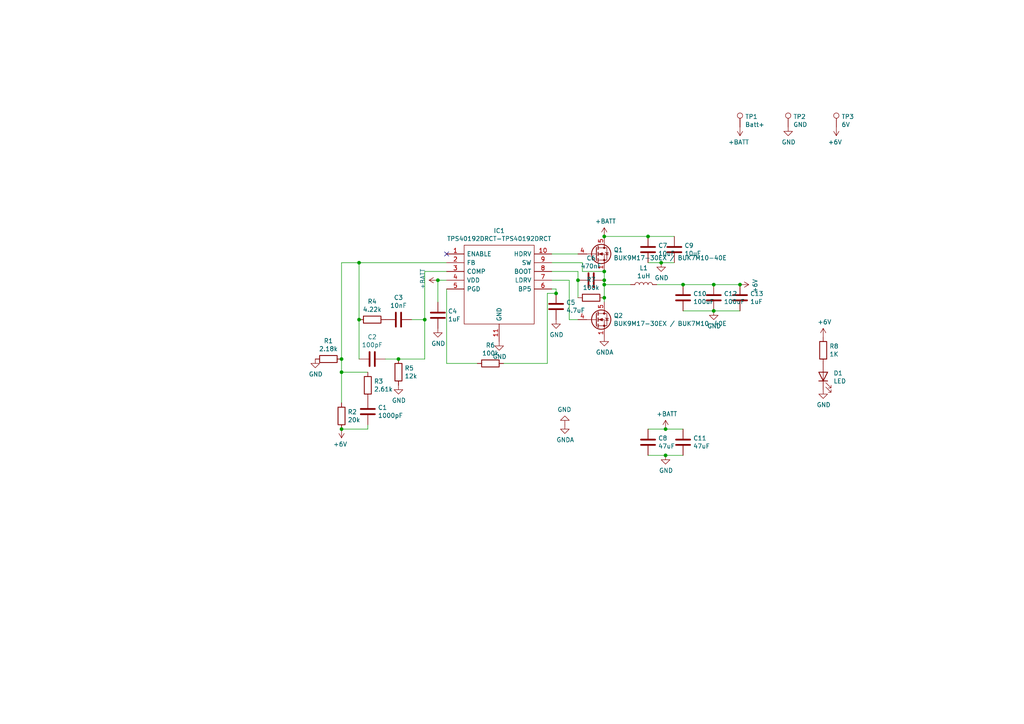
<source format=kicad_sch>
(kicad_sch (version 20210621) (generator eeschema)
  (paper "A4")
  (lib_symbols
    (symbol "Connector:TestPoint" (pin_numbers hide) (pin_names (offset 0.762) hide)
      (property "Reference" "TP" (at 0 6.858 0))
      (property "Value" "Connector_TestPoint" (at 0 5.08 0))
      (symbol "TestPoint_0_1"
        (circle (center 0 3.302) (radius 0.762))
      )
      (symbol "TestPoint_1_1"
        (pin passive line (at 0 0 90) (length 2.54) (name "1") (number "1"))
      )
    )
    (symbol "Device:C" (pin_numbers hide) (pin_names (offset 0.254))
      (property "Reference" "C" (at 0.635 2.54 0))
      (property "Value" "Device_C" (at 0.635 -2.54 0))
      (symbol "C_0_1"
        (polyline (pts (xy -2.032 -0.762) (xy 2.032 -0.762)) (stroke (width 0.508)))
        (polyline (pts (xy -2.032 0.762) (xy 2.032 0.762)) (stroke (width 0.508)))
      )
      (symbol "C_1_1"
        (pin passive line (at 0 3.81 270) (length 2.794) (name "~") (number "1"))
        (pin passive line (at 0 -3.81 90) (length 2.794) (name "~") (number "2"))
      )
    )
    (symbol "Device:L" (pin_numbers hide) (pin_names (offset 1.016) hide)
      (property "Reference" "L" (at -1.27 0 90))
      (property "Value" "Device_L" (at 1.905 0 90))
      (symbol "L_0_1"
        (arc (start 0 -2.54) (mid 0.635 -1.905) (end 0 -1.27))
        (arc (start 0 -1.27) (mid 0.635 -0.635) (end 0 0))
        (arc (start 0 0) (mid 0.635 0.635) (end 0 1.27))
        (arc (start 0 1.27) (mid 0.635 1.905) (end 0 2.54))
      )
      (symbol "L_1_1"
        (pin passive line (at 0 3.81 270) (length 1.27) (name "1") (number "1"))
        (pin passive line (at 0 -3.81 90) (length 1.27) (name "2") (number "2"))
      )
    )
    (symbol "Device:LED" (pin_numbers hide) (pin_names (offset 1.016) hide)
      (property "Reference" "D" (at 0 2.54 0))
      (property "Value" "Device_LED" (at 0 -2.54 0))
      (symbol "LED_0_1"
        (polyline (pts (xy -1.27 -1.27) (xy -1.27 1.27)) (stroke (width 0.254)))
        (polyline (pts (xy -1.27 0) (xy 1.27 0)))
        (polyline (pts (xy 1.27 -1.27) (xy 1.27 1.27) (xy -1.27 0) (xy 1.27 -1.27)) (stroke (width 0.254)))
        (polyline (pts (xy -3.048 -0.762) (xy -4.572 -2.286) (xy -3.81 -2.286) (xy -4.572 -2.286) (xy -4.572 -1.524)))
        (polyline (pts (xy -1.778 -0.762) (xy -3.302 -2.286) (xy -2.54 -2.286) (xy -3.302 -2.286) (xy -3.302 -1.524)))
      )
      (symbol "LED_1_1"
        (pin passive line (at -3.81 0 0) (length 2.54) (name "K") (number "1"))
        (pin passive line (at 3.81 0 180) (length 2.54) (name "A") (number "2"))
      )
    )
    (symbol "Device:R" (pin_numbers hide) (pin_names (offset 0))
      (property "Reference" "R" (at 2.032 0 90))
      (property "Value" "Device_R" (at 0 0 90))
      (symbol "R_0_1"
        (rectangle (start -1.016 -2.54) (end 1.016 2.54) (stroke (width 0.254)))
      )
      (symbol "R_1_1"
        (pin passive line (at 0 3.81 270) (length 1.27) (name "~") (number "1"))
        (pin passive line (at 0 -3.81 90) (length 1.27) (name "~") (number "2"))
      )
    )
    (symbol "SmallKat-v2-rescue:TPS40192DRCT-TPS40192DRCT-SmallKat-v2-rescue-SmallKat-v2-rescue-SmallKat-v2-rescue-SmallKat-v2-rescue-SmallKat-v2-rescue-SmallKat-v2-rescue-SmallKat-v2-rescue-SmallKat-v2-rescue-SmallKat-v2-rescue-SmallKat-v2-rescue-SmallKat-v2-rescue-SmallKat-v2-rescue-SmallKat-v2-rescue-SmallKat-v2-rescue-SmallKat-v2-rescue-SmallKat-v2-rescue-SmallKat-v2-rescue" (pin_names (offset 0.762))
      (property "Reference" "IC" (at 26.67 7.62 0))
      (property "Value" "TPS40192DRCT-TPS40192DRCT-SmallKat-v2-rescue-SmallKat-v2-rescue-SmallKat-v2-rescue-SmallKat-v2-rescue-SmallKat-v2-rescue-SmallKat-v2-rescue-SmallKat-v2-rescue-SmallKat-v2-rescue-SmallKat-v2-rescue-SmallKat-v2-rescue-SmallKat-v2-rescue-SmallKat-v2-rescue-SmallKat-v2-rescue-SmallKat-v2-rescue-SmallKat-v2-rescue-SmallKat-v2-rescue-SmallKat-v2-rescue" (at 26.67 5.08 0))
      (symbol "TPS40192DRCT-TPS40192DRCT-SmallKat-v2-rescue-SmallKat-v2-rescue-SmallKat-v2-rescue-SmallKat-v2-rescue-SmallKat-v2-rescue-SmallKat-v2-rescue-SmallKat-v2-rescue-SmallKat-v2-rescue-SmallKat-v2-rescue-SmallKat-v2-rescue-SmallKat-v2-rescue-SmallKat-v2-rescue-SmallKat-v2-rescue-SmallKat-v2-rescue-SmallKat-v2-rescue-SmallKat-v2-rescue-SmallKat-v2-rescue_0_0"
        (pin bidirectional line (at 0 0 0) (length 5.08) (name "ENABLE") (number "1"))
        (pin bidirectional line (at 30.48 0 180) (length 5.08) (name "HDRV") (number "10"))
        (pin bidirectional line (at 15.24 -25.4 90) (length 5.08) (name "GND") (number "11"))
        (pin bidirectional line (at 0 -2.54 0) (length 5.08) (name "FB") (number "2"))
        (pin bidirectional line (at 0 -5.08 0) (length 5.08) (name "COMP") (number "3"))
        (pin bidirectional line (at 0 -7.62 0) (length 5.08) (name "VDD") (number "4"))
        (pin bidirectional line (at 0 -10.16 0) (length 5.08) (name "PGD") (number "5"))
        (pin bidirectional line (at 30.48 -10.16 180) (length 5.08) (name "BP5") (number "6"))
        (pin bidirectional line (at 30.48 -7.62 180) (length 5.08) (name "LDRV") (number "7"))
        (pin bidirectional line (at 30.48 -5.08 180) (length 5.08) (name "BOOT") (number "8"))
        (pin bidirectional line (at 30.48 -2.54 180) (length 5.08) (name "SW") (number "9"))
      )
      (symbol "TPS40192DRCT-TPS40192DRCT-SmallKat-v2-rescue-SmallKat-v2-rescue-SmallKat-v2-rescue-SmallKat-v2-rescue-SmallKat-v2-rescue-SmallKat-v2-rescue-SmallKat-v2-rescue-SmallKat-v2-rescue-SmallKat-v2-rescue-SmallKat-v2-rescue-SmallKat-v2-rescue-SmallKat-v2-rescue-SmallKat-v2-rescue-SmallKat-v2-rescue-SmallKat-v2-rescue-SmallKat-v2-rescue-SmallKat-v2-rescue_0_1"
        (polyline (pts (xy 5.08 2.54) (xy 25.4 2.54) (xy 25.4 -20.32) (xy 5.08 -20.32) (xy 5.08 2.54)) (stroke (width 0.1524)))
      )
    )
    (symbol "Transistor_FET:BUK9M120-100EX" (pin_names hide)
      (property "Reference" "Q" (at 5.08 1.905 0))
      (property "Value" "Transistor_FET_BUK9M120-100EX" (at 5.08 0 0))
      (symbol "BUK9M120-100EX_0_1"
        (polyline (pts (xy 0.254 0) (xy -2.54 0)))
        (polyline (pts (xy 0.254 1.905) (xy 0.254 -1.905)) (stroke (width 0.254)))
        (polyline (pts (xy 0.762 -1.27) (xy 0.762 -2.286)) (stroke (width 0.254)))
        (polyline (pts (xy 0.762 0.508) (xy 0.762 -0.508)) (stroke (width 0.254)))
        (polyline (pts (xy 0.762 2.286) (xy 0.762 1.27)) (stroke (width 0.254)))
        (polyline (pts (xy 2.54 2.54) (xy 2.54 1.778)))
        (polyline (pts (xy 2.54 -2.54) (xy 2.54 0) (xy 0.762 0)))
        (polyline (pts (xy 0.762 -1.778) (xy 3.302 -1.778) (xy 3.302 1.778) (xy 0.762 1.778)))
        (polyline (pts (xy 1.016 0) (xy 2.032 0.381) (xy 2.032 -0.381) (xy 1.016 0)) (fill (type outline)))
        (polyline (pts (xy 2.794 0.508) (xy 2.921 0.381) (xy 3.683 0.381) (xy 3.81 0.254)))
        (polyline (pts (xy 3.302 0.381) (xy 2.921 -0.254) (xy 3.683 -0.254) (xy 3.302 0.381)))
        (circle (center 1.651 0) (radius 2.794) (stroke (width 0.254)) (stroke (width 0.254)))
        (circle (center 2.54 -1.778) (radius 0.254) (fill (type outline)))
        (circle (center 2.54 1.778) (radius 0.254) (fill (type outline)))
      )
      (symbol "BUK9M120-100EX_1_1"
        (pin passive line (at 2.54 -5.08 90) (length 2.54) (name "S") (number "1"))
        (pin passive line (at 2.54 -5.08 90) (length 2.54) hide (name "S") (number "2"))
        (pin passive line (at 2.54 -5.08 90) (length 2.54) hide (name "S") (number "3"))
        (pin passive line (at -5.08 0 0) (length 2.54) (name "G") (number "4"))
        (pin passive line (at 2.54 5.08 270) (length 2.54) (name "D") (number "5"))
      )
    )
    (symbol "power:+6V" (power) (pin_names (offset 0))
      (property "Value" "power_+6V" (at 0 3.556 0))
      (symbol "+6V_0_1"
        (polyline (pts (xy -0.762 1.27) (xy 0 2.54)))
        (polyline (pts (xy 0 0) (xy 0 2.54)))
        (polyline (pts (xy 0 2.54) (xy 0.762 1.27)))
      )
      (symbol "+6V_1_1"
        (pin power_in line (at 0 0 90) (length 0) hide (name "+6V") (number "1"))
      )
    )
    (symbol "power:+BATT" (power) (pin_names (offset 0))
      (property "Value" "power_+BATT" (at 0 3.556 0))
      (symbol "+BATT_0_1"
        (polyline (pts (xy -0.762 1.27) (xy 0 2.54)))
        (polyline (pts (xy 0 0) (xy 0 2.54)))
        (polyline (pts (xy 0 2.54) (xy 0.762 1.27)))
      )
      (symbol "+BATT_1_1"
        (pin power_in line (at 0 0 90) (length 0) hide (name "+BATT") (number "1"))
      )
    )
    (symbol "power:GND" (power) (pin_names (offset 0))
      (property "Value" "power_GND" (at 0 -3.81 0))
      (symbol "GND_0_1"
        (polyline (pts (xy 0 0) (xy 0 -1.27) (xy 1.27 -1.27) (xy 0 -2.54) (xy -1.27 -1.27) (xy 0 -1.27)))
      )
      (symbol "GND_1_1"
        (pin power_in line (at 0 0 270) (length 0) hide (name "GND") (number "1"))
      )
    )
    (symbol "power:GNDA" (power) (pin_names (offset 0))
      (property "Value" "power_GNDA" (at 0 -3.81 0))
      (symbol "GNDA_0_1"
        (polyline (pts (xy 0 0) (xy 0 -1.27) (xy 1.27 -1.27) (xy 0 -2.54) (xy -1.27 -1.27) (xy 0 -1.27)))
      )
      (symbol "GNDA_1_1"
        (pin power_in line (at 0 0 270) (length 0) hide (name "GNDA") (number "1"))
      )
    )
  )
  (junction (at 99.06 104.14))
  (junction (at 99.06 107.95))
  (junction (at 99.06 124.46))
  (junction (at 104.14 76.2))
  (junction (at 104.14 92.71))
  (junction (at 115.57 104.14))
  (junction (at 123.19 92.71))
  (junction (at 127 81.28))
  (junction (at 161.29 85.09))
  (junction (at 167.64 81.28))
  (junction (at 175.26 68.58))
  (junction (at 175.26 78.74))
  (junction (at 175.26 81.28))
  (junction (at 175.26 82.55))
  (junction (at 175.26 86.36))
  (junction (at 187.96 68.58))
  (junction (at 191.77 76.2))
  (junction (at 193.04 124.46))
  (junction (at 193.04 132.08))
  (junction (at 198.12 82.55))
  (junction (at 207.01 82.55))
  (junction (at 207.01 90.17))
  (junction (at 214.63 82.55))
  (no_connect (at 129.54 73.66))
  (wire (pts (xy 99.06 76.2) (xy 99.06 104.14)))
  (wire (pts (xy 99.06 104.14) (xy 99.06 107.95)))
  (wire (pts (xy 99.06 107.95) (xy 106.68 107.95)))
  (wire (pts (xy 99.06 116.84) (xy 99.06 107.95)))
  (wire (pts (xy 99.06 124.46) (xy 106.68 124.46)))
  (wire (pts (xy 104.14 76.2) (xy 99.06 76.2)))
  (wire (pts (xy 104.14 76.2) (xy 104.14 92.71)))
  (wire (pts (xy 104.14 92.71) (xy 104.14 104.14)))
  (wire (pts (xy 106.68 124.46) (xy 106.68 123.19)))
  (wire (pts (xy 111.76 104.14) (xy 115.57 104.14)))
  (wire (pts (xy 115.57 104.14) (xy 123.19 104.14)))
  (wire (pts (xy 123.19 78.74) (xy 123.19 92.71)))
  (wire (pts (xy 123.19 92.71) (xy 119.38 92.71)))
  (wire (pts (xy 123.19 104.14) (xy 123.19 92.71)))
  (wire (pts (xy 127 81.28) (xy 127 87.63)))
  (wire (pts (xy 129.54 76.2) (xy 104.14 76.2)))
  (wire (pts (xy 129.54 78.74) (xy 123.19 78.74)))
  (wire (pts (xy 129.54 81.28) (xy 127 81.28)))
  (wire (pts (xy 129.54 83.82) (xy 129.54 105.41)))
  (wire (pts (xy 129.54 105.41) (xy 138.43 105.41)))
  (wire (pts (xy 146.05 105.41) (xy 158.75 105.41)))
  (wire (pts (xy 158.75 85.09) (xy 161.29 85.09)))
  (wire (pts (xy 158.75 105.41) (xy 158.75 85.09)))
  (wire (pts (xy 160.02 73.66) (xy 167.64 73.66)))
  (wire (pts (xy 160.02 76.2) (xy 168.91 76.2)))
  (wire (pts (xy 160.02 81.28) (xy 165.1 81.28)))
  (wire (pts (xy 160.02 83.82) (xy 161.29 83.82)))
  (wire (pts (xy 161.29 83.82) (xy 161.29 85.09)))
  (wire (pts (xy 165.1 81.28) (xy 165.1 92.71)))
  (wire (pts (xy 165.1 92.71) (xy 167.64 92.71)))
  (wire (pts (xy 167.64 78.74) (xy 160.02 78.74)))
  (wire (pts (xy 167.64 78.74) (xy 167.64 81.28)))
  (wire (pts (xy 167.64 86.36) (xy 167.64 81.28)))
  (wire (pts (xy 168.91 76.2) (xy 168.91 78.74)))
  (wire (pts (xy 168.91 78.74) (xy 175.26 78.74)))
  (wire (pts (xy 175.26 68.58) (xy 187.96 68.58)))
  (wire (pts (xy 175.26 78.74) (xy 175.26 81.28)))
  (wire (pts (xy 175.26 81.28) (xy 175.26 82.55)))
  (wire (pts (xy 175.26 82.55) (xy 175.26 86.36)))
  (wire (pts (xy 175.26 82.55) (xy 182.88 82.55)))
  (wire (pts (xy 175.26 87.63) (xy 175.26 86.36)))
  (wire (pts (xy 187.96 76.2) (xy 191.77 76.2)))
  (wire (pts (xy 187.96 124.46) (xy 193.04 124.46)))
  (wire (pts (xy 187.96 132.08) (xy 193.04 132.08)))
  (wire (pts (xy 190.5 82.55) (xy 198.12 82.55)))
  (wire (pts (xy 191.77 76.2) (xy 195.58 76.2)))
  (wire (pts (xy 193.04 124.46) (xy 198.12 124.46)))
  (wire (pts (xy 193.04 132.08) (xy 198.12 132.08)))
  (wire (pts (xy 195.58 68.58) (xy 187.96 68.58)))
  (wire (pts (xy 198.12 82.55) (xy 207.01 82.55)))
  (wire (pts (xy 198.12 90.17) (xy 207.01 90.17)))
  (wire (pts (xy 207.01 82.55) (xy 214.63 82.55)))
  (wire (pts (xy 207.01 90.17) (xy 214.63 90.17)))
  (symbol (lib_id "power:+6V") (at 99.06 124.46 180) (unit 1)
    (property "Reference" "#PWR02" (effects hide))
    (property "Value" "+6V" (at 98.679 128.8542 0))
  )
  (symbol (lib_id "power:+BATT") (at 127 81.28 90) (unit 1)
    (property "Reference" "#PWR04" (effects hide))
    (property "Value" "+BATT" (at 122.6058 80.899 0))
  )
  (symbol (lib_id "power:+BATT") (at 175.26 68.58 0) (unit 1)
    (property "Reference" "#PWR010" (effects hide))
    (property "Value" "+BATT" (at 175.641 64.1858 0))
  )
  (symbol (lib_id "power:+BATT") (at 193.04 124.46 0) (unit 1)
    (property "Reference" "#PWR013" (effects hide))
    (property "Value" "+BATT" (at 193.421 120.0658 0))
  )
  (symbol (lib_id "power:+BATT") (at 214.63 36.83 180) (unit 1)
    (property "Reference" "#PWR016" (effects hide))
    (property "Value" "+BATT" (at 214.249 41.2242 0))
  )
  (symbol (lib_id "power:+6V") (at 214.63 82.55 270) (unit 1)
    (property "Reference" "#PWR017" (effects hide))
    (property "Value" "+6V" (at 219.0242 82.931 0))
  )
  (symbol (lib_id "power:+6V") (at 238.76 97.79 0) (unit 1)
    (property "Reference" "#PWR019" (effects hide))
    (property "Value" "+6V" (at 239.141 93.3958 0))
  )
  (symbol (lib_id "power:+6V") (at 242.57 36.83 180) (unit 1)
    (property "Reference" "#PWR021" (effects hide))
    (property "Value" "+6V" (at 242.189 41.2242 0))
  )
  (symbol (lib_id "Connector:TestPoint") (at 214.63 36.83 0) (unit 1)
    (property "Reference" "TP1" (at 216.1032 33.8328 0) (effects (justify left)))
    (property "Value" "Batt+" (at 216.1032 36.1442 0) (effects (justify left)))
    (property "Footprint" "TestPoint:TestPoint_Pad_D2.5mm" (effects hide))
  )
  (symbol (lib_id "Connector:TestPoint") (at 228.6 36.83 0) (unit 1)
    (property "Reference" "TP2" (at 230.0732 33.8328 0) (effects (justify left)))
    (property "Value" "GND" (at 230.0732 36.1442 0) (effects (justify left)))
    (property "Footprint" "TestPoint:TestPoint_Pad_D2.5mm" (effects hide))
  )
  (symbol (lib_id "Connector:TestPoint") (at 242.57 36.83 0) (unit 1)
    (property "Reference" "TP3" (at 244.0432 33.8328 0) (effects (justify left)))
    (property "Value" "6V" (at 244.0432 36.1442 0) (effects (justify left)))
    (property "Footprint" "TestPoint:TestPoint_Pad_D2.5mm" (effects hide))
  )
  (symbol (lib_id "power:GND") (at 91.44 104.14 0) (unit 1)
    (property "Reference" "#PWR01" (effects hide))
    (property "Value" "GND" (at 91.567 108.5342 0))
  )
  (symbol (lib_id "power:GND") (at 115.57 111.76 0) (unit 1)
    (property "Reference" "#PWR03" (effects hide))
    (property "Value" "GND" (at 115.697 116.1542 0))
  )
  (symbol (lib_id "power:GND") (at 127 95.25 0) (unit 1)
    (property "Reference" "#PWR05" (effects hide))
    (property "Value" "GND" (at 127.127 99.6442 0))
  )
  (symbol (lib_id "power:GND") (at 144.78 99.06 0) (unit 1)
    (property "Reference" "#PWR06" (effects hide))
    (property "Value" "GND" (at 144.907 103.4542 0))
  )
  (symbol (lib_id "power:GND") (at 161.29 92.71 0) (unit 1)
    (property "Reference" "#PWR07" (effects hide))
    (property "Value" "GND" (at 161.417 97.1042 0))
  )
  (symbol (lib_id "power:GNDA") (at 163.83 123.19 0) (unit 1)
    (property "Reference" "#PWR08" (effects hide))
    (property "Value" "GNDA" (at 163.957 127.5842 0))
  )
  (symbol (lib_id "power:GND") (at 163.83 123.19 180) (unit 1)
    (property "Reference" "#PWR09" (effects hide))
    (property "Value" "GND" (at 163.703 118.7958 0))
  )
  (symbol (lib_id "power:GNDA") (at 175.26 97.79 0) (unit 1)
    (property "Reference" "#PWR011" (effects hide))
    (property "Value" "GNDA" (at 175.387 102.1842 0))
  )
  (symbol (lib_id "power:GND") (at 191.77 76.2 0) (unit 1)
    (property "Reference" "#PWR012" (effects hide))
    (property "Value" "GND" (at 191.897 80.5942 0))
  )
  (symbol (lib_id "power:GND") (at 193.04 132.08 0) (unit 1)
    (property "Reference" "#PWR014" (effects hide))
    (property "Value" "GND" (at 193.167 136.4742 0))
  )
  (symbol (lib_id "power:GND") (at 207.01 90.17 0) (unit 1)
    (property "Reference" "#PWR015" (effects hide))
    (property "Value" "GND" (at 207.137 94.5642 0))
  )
  (symbol (lib_id "power:GND") (at 228.6 36.83 0) (unit 1)
    (property "Reference" "#PWR018" (effects hide))
    (property "Value" "GND" (at 228.727 41.2242 0))
  )
  (symbol (lib_id "power:GND") (at 238.76 113.03 0) (unit 1)
    (property "Reference" "#PWR020" (effects hide))
    (property "Value" "GND" (at 238.887 117.4242 0))
  )
  (symbol (lib_id "Device:L") (at 186.69 82.55 90) (unit 1)
    (property "Reference" "L1" (at 186.69 77.724 90))
    (property "Value" "1uH" (at 186.69 80.0354 90))
    (property "Footprint" "Inductor_SMD:L_Bourns_SRP1245A" (effects hide))
  )
  (symbol (lib_id "Device:R") (at 95.25 104.14 270) (unit 1)
    (property "Reference" "R1" (at 95.25 98.8822 90))
    (property "Value" "2.18k" (at 95.25 101.1936 90))
    (property "Footprint" "Resistor_SMD:R_0402_1005Metric" (effects hide))
  )
  (symbol (lib_id "Device:R") (at 99.06 120.65 180) (unit 1)
    (property "Reference" "R2" (at 100.838 119.4816 0) (effects (justify right)))
    (property "Value" "20k" (at 100.838 121.793 0) (effects (justify right)))
    (property "Footprint" "Resistor_SMD:R_0402_1005Metric" (effects hide))
  )
  (symbol (lib_id "Device:R") (at 106.68 111.76 0) (unit 1)
    (property "Reference" "R3" (at 108.458 110.5916 0) (effects (justify left)))
    (property "Value" "2.61k" (at 108.458 112.903 0) (effects (justify left)))
    (property "Footprint" "Resistor_SMD:R_0402_1005Metric" (effects hide))
  )
  (symbol (lib_id "Device:R") (at 107.95 92.71 270) (unit 1)
    (property "Reference" "R4" (at 107.95 87.4522 90))
    (property "Value" "4.22k" (at 107.95 89.7636 90))
    (property "Footprint" "Resistor_SMD:R_0402_1005Metric" (effects hide))
  )
  (symbol (lib_id "Device:R") (at 115.57 107.95 0) (unit 1)
    (property "Reference" "R5" (at 117.348 106.7816 0) (effects (justify left)))
    (property "Value" "12k" (at 117.348 109.093 0) (effects (justify left)))
    (property "Footprint" "Resistor_SMD:R_0402_1005Metric" (effects hide))
  )
  (symbol (lib_id "Device:R") (at 142.24 105.41 270) (unit 1)
    (property "Reference" "R6" (at 142.24 100.1522 90))
    (property "Value" "100k" (at 142.24 102.4636 90))
    (property "Footprint" "Resistor_SMD:R_0402_1005Metric" (effects hide))
  )
  (symbol (lib_id "Device:R") (at 171.45 86.36 270) (unit 1)
    (property "Reference" "R7" (at 171.45 81.1022 90))
    (property "Value" "100k" (at 171.45 83.4136 90))
    (property "Footprint" "Resistor_SMD:R_0402_1005Metric" (effects hide))
  )
  (symbol (lib_id "Device:R") (at 238.76 101.6 0) (unit 1)
    (property "Reference" "R8" (at 240.538 100.4316 0) (effects (justify left)))
    (property "Value" "1K" (at 240.538 102.743 0) (effects (justify left)))
    (property "Footprint" "Resistor_SMD:R_0402_1005Metric" (effects hide))
  )
  (symbol (lib_id "Device:LED") (at 238.76 109.22 90) (unit 1)
    (property "Reference" "D1" (at 241.7318 108.2294 90) (effects (justify right)))
    (property "Value" "LED" (at 241.7318 110.5408 90) (effects (justify right)))
    (property "Footprint" "LED_SMD:LED_0603_1608Metric" (effects hide))
  )
  (symbol (lib_id "Device:C") (at 106.68 119.38 180) (unit 1)
    (property "Reference" "C1" (at 109.601 118.2116 0) (effects (justify right)))
    (property "Value" "1000pF" (at 109.601 120.523 0) (effects (justify right)))
    (property "Footprint" "Capacitor_SMD:C_0402_1005Metric" (effects hide))
  )
  (symbol (lib_id "Device:C") (at 107.95 104.14 270) (unit 1)
    (property "Reference" "C2" (at 107.95 97.7392 90))
    (property "Value" "100pF" (at 107.95 100.0506 90))
    (property "Footprint" "Capacitor_SMD:C_0402_1005Metric" (effects hide))
  )
  (symbol (lib_id "Device:C") (at 115.57 92.71 270) (unit 1)
    (property "Reference" "C3" (at 115.57 86.3092 90))
    (property "Value" "10nF" (at 115.57 88.6206 90))
    (property "Footprint" "Capacitor_SMD:C_0402_1005Metric" (effects hide))
  )
  (symbol (lib_id "Device:C") (at 127 91.44 0) (unit 1)
    (property "Reference" "C4" (at 129.921 90.2716 0) (effects (justify left)))
    (property "Value" "1uF" (at 129.921 92.583 0) (effects (justify left)))
    (property "Footprint" "Capacitor_SMD:C_0402_1005Metric" (effects hide))
  )
  (symbol (lib_id "Device:C") (at 161.29 88.9 0) (unit 1)
    (property "Reference" "C5" (at 164.211 87.7316 0) (effects (justify left)))
    (property "Value" "4.7uF" (at 164.211 90.043 0) (effects (justify left)))
    (property "Footprint" "Capacitor_SMD:C_0402_1005Metric" (effects hide))
  )
  (symbol (lib_id "Device:C") (at 171.45 81.28 270) (unit 1)
    (property "Reference" "C6" (at 171.45 74.8792 90))
    (property "Value" "470nF" (at 171.45 77.1906 90))
    (property "Footprint" "Capacitor_SMD:C_0402_1005Metric" (effects hide))
  )
  (symbol (lib_id "Device:C") (at 187.96 72.39 0) (unit 1)
    (property "Reference" "C7" (at 190.881 71.2216 0) (effects (justify left)))
    (property "Value" "10uF" (at 190.881 73.533 0) (effects (justify left)))
    (property "Footprint" "Capacitor_SMD:C_1206_3216Metric" (effects hide))
  )
  (symbol (lib_id "Device:C") (at 187.96 128.27 0) (unit 1)
    (property "Reference" "C8" (at 190.881 127.1016 0) (effects (justify left)))
    (property "Value" "47uF" (at 190.881 129.413 0) (effects (justify left)))
    (property "Footprint" "Capacitor_SMD:C_1206_3216Metric" (effects hide))
  )
  (symbol (lib_id "Device:C") (at 195.58 72.39 0) (unit 1)
    (property "Reference" "C9" (at 198.501 71.2216 0) (effects (justify left)))
    (property "Value" "10uF" (at 198.501 73.533 0) (effects (justify left)))
    (property "Footprint" "Capacitor_SMD:C_1206_3216Metric" (effects hide))
  )
  (symbol (lib_id "Device:C") (at 198.12 86.36 0) (unit 1)
    (property "Reference" "C10" (at 201.041 85.1916 0) (effects (justify left)))
    (property "Value" "100uF" (at 201.041 87.503 0) (effects (justify left)))
    (property "Footprint" "Capacitor_SMD:C_1210_3225Metric" (effects hide))
  )
  (symbol (lib_id "Device:C") (at 198.12 128.27 0) (unit 1)
    (property "Reference" "C11" (at 201.041 127.1016 0) (effects (justify left)))
    (property "Value" "47uF" (at 201.041 129.413 0) (effects (justify left)))
    (property "Footprint" "Capacitor_SMD:C_1206_3216Metric" (effects hide))
  )
  (symbol (lib_id "Device:C") (at 207.01 86.36 0) (unit 1)
    (property "Reference" "C12" (at 209.931 85.1916 0) (effects (justify left)))
    (property "Value" "100uF" (at 209.931 87.503 0) (effects (justify left)))
    (property "Footprint" "Capacitor_SMD:C_1210_3225Metric" (effects hide))
  )
  (symbol (lib_id "Device:C") (at 214.63 86.36 0) (unit 1)
    (property "Reference" "C13" (at 217.551 85.1916 0) (effects (justify left)))
    (property "Value" "1uF" (at 217.551 87.503 0) (effects (justify left)))
    (property "Footprint" "Capacitor_SMD:C_0402_1005Metric" (effects hide))
  )
  (symbol (lib_id "Transistor_FET:BUK9M120-100EX") (at 172.72 73.66 0) (unit 1)
    (property "Reference" "Q1" (at 177.9524 72.4916 0) (effects (justify left)))
    (property "Value" "BUK9M17-30EX / BUK7M10-40E" (at 177.9524 74.803 0) (effects (justify left)))
    (property "Footprint" "Package_SON:VSON-8_3.3x3.3mm_P0.65mm_NexFET" (effects hide))
    (property "Datasheet" "https://assets.nexperia.com/documents/data-sheet/BUK9M120-100E.pdf" (effects hide))
  )
  (symbol (lib_id "Transistor_FET:BUK9M120-100EX") (at 172.72 92.71 0) (unit 1)
    (property "Reference" "Q2" (at 177.9524 91.5416 0) (effects (justify left)))
    (property "Value" "BUK9M17-30EX / BUK7M10-40E" (at 177.9524 93.853 0) (effects (justify left)))
    (property "Footprint" "Package_SON:VSON-8_3.3x3.3mm_P0.65mm_NexFET" (effects hide))
    (property "Datasheet" "https://assets.nexperia.com/documents/data-sheet/BUK9M120-100E.pdf" (effects hide))
  )
  (symbol (lib_id "SmallKat-v2-rescue:TPS40192DRCT-TPS40192DRCT-SmallKat-v2-rescue-SmallKat-v2-rescue-SmallKat-v2-rescue-SmallKat-v2-rescue-SmallKat-v2-rescue-SmallKat-v2-rescue-SmallKat-v2-rescue-SmallKat-v2-rescue-SmallKat-v2-rescue-SmallKat-v2-rescue-SmallKat-v2-rescue-SmallKat-v2-rescue-SmallKat-v2-rescue-SmallKat-v2-rescue-SmallKat-v2-rescue-SmallKat-v2-rescue-SmallKat-v2-rescue") (at 129.54 73.66 0) (unit 1)
    (property "Reference" "IC1" (at 144.78 66.929 0))
    (property "Value" "TPS40192DRCT-TPS40192DRCT" (at 144.78 69.2404 0))
    (property "Footprint" "Package_SON:VSON-10-1EP_3x3mm_P0.5mm_EP1.2x2mm" (effects hide))
    (property "Datasheet" "http://www.ti.com/lit/ds/symlink/tps40192.pdf" (effects hide))
    (property "Description" "4.5V to 18V Input, 20A Synchronous Buck Controller with Power Good, 600kHz" (effects hide))
    (property "Height" "1" (effects hide))
    (property "Manufacturer_Name" "Texas Instruments" (effects hide))
    (property "Manufacturer_Part_Number" "TPS40192DRCT" (effects hide))
    (property "Mouser Part Number" "595-TPS40192DRCT" (effects hide))
    (property "Mouser Price/Stock" "https://www.mouser.com/Search/Refine.aspx?Keyword=595-TPS40192DRCT" (effects hide))
    (property "RS Part Number" "0404364P" (effects hide))
    (property "RS Price/Stock" "http://uk.rs-online.com/web/p/products/0404364P" (effects hide))
  )
)
</source>
